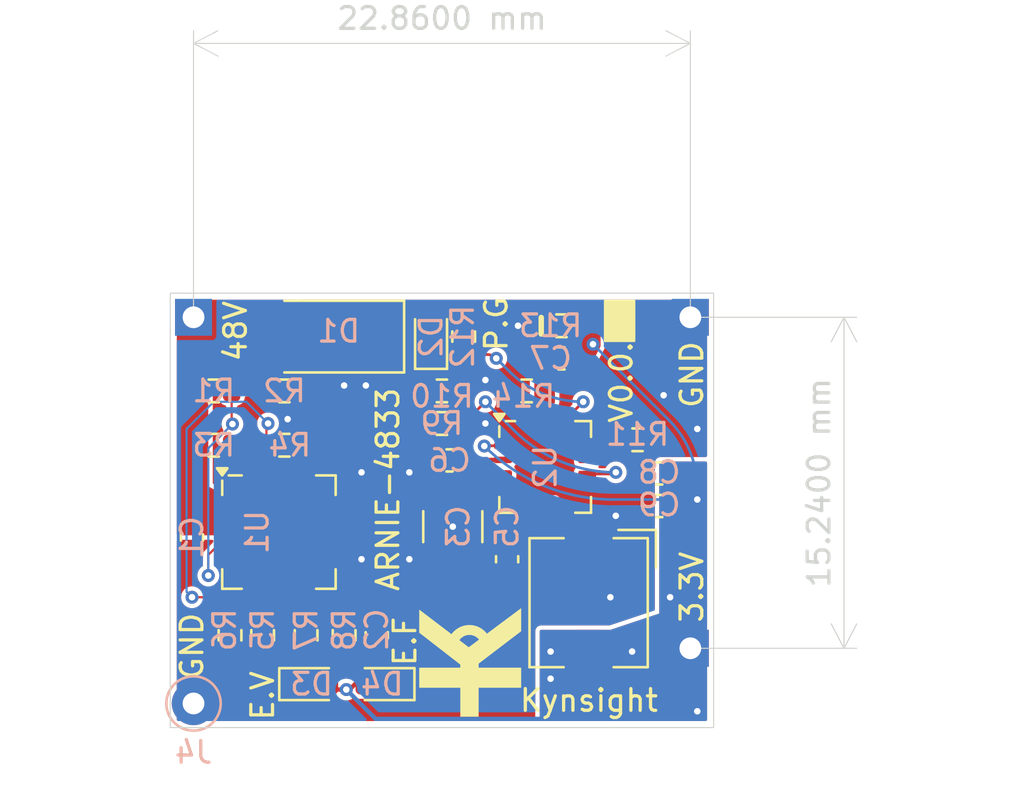
<source format=kicad_pcb>
(kicad_pcb
	(version 20240108)
	(generator "pcbnew")
	(generator_version "8.0")
	(general
		(thickness 1.6)
		(legacy_teardrops no)
	)
	(paper "A4")
	(layers
		(0 "F.Cu" signal)
		(31 "B.Cu" signal)
		(32 "B.Adhes" user "B.Adhesive")
		(33 "F.Adhes" user "F.Adhesive")
		(34 "B.Paste" user)
		(35 "F.Paste" user)
		(36 "B.SilkS" user "B.Silkscreen")
		(37 "F.SilkS" user "F.Silkscreen")
		(38 "B.Mask" user)
		(39 "F.Mask" user)
		(40 "Dwgs.User" user "User.Drawings")
		(41 "Cmts.User" user "User.Comments")
		(42 "Eco1.User" user "User.Eco1")
		(43 "Eco2.User" user "User.Eco2")
		(44 "Edge.Cuts" user)
		(45 "Margin" user)
		(46 "B.CrtYd" user "B.Courtyard")
		(47 "F.CrtYd" user "F.Courtyard")
		(48 "B.Fab" user)
		(49 "F.Fab" user)
		(50 "User.1" user)
		(51 "User.2" user)
		(52 "User.3" user)
		(53 "User.4" user)
		(54 "User.5" user)
		(55 "User.6" user)
		(56 "User.7" user)
		(57 "User.8" user)
		(58 "User.9" user)
	)
	(setup
		(stackup
			(layer "F.SilkS"
				(type "Top Silk Screen")
			)
			(layer "F.Paste"
				(type "Top Solder Paste")
			)
			(layer "F.Mask"
				(type "Top Solder Mask")
				(thickness 0.01)
			)
			(layer "F.Cu"
				(type "copper")
				(thickness 0.035)
			)
			(layer "dielectric 1"
				(type "core")
				(thickness 1.51)
				(material "FR4")
				(epsilon_r 4.5)
				(loss_tangent 0.02)
			)
			(layer "B.Cu"
				(type "copper")
				(thickness 0.035)
			)
			(layer "B.Mask"
				(type "Bottom Solder Mask")
				(thickness 0.01)
			)
			(layer "B.Paste"
				(type "Bottom Solder Paste")
			)
			(layer "B.SilkS"
				(type "Bottom Silk Screen")
			)
			(copper_finish "None")
			(dielectric_constraints no)
		)
		(pad_to_mask_clearance 0)
		(allow_soldermask_bridges_in_footprints no)
		(aux_axis_origin 75 125)
		(grid_origin 75 125)
		(pcbplotparams
			(layerselection 0x00010fc_ffffffff)
			(plot_on_all_layers_selection 0x0000000_00000000)
			(disableapertmacros no)
			(usegerberextensions yes)
			(usegerberattributes yes)
			(usegerberadvancedattributes yes)
			(creategerberjobfile no)
			(dashed_line_dash_ratio 12.000000)
			(dashed_line_gap_ratio 3.000000)
			(svgprecision 4)
			(plotframeref no)
			(viasonmask no)
			(mode 1)
			(useauxorigin no)
			(hpglpennumber 1)
			(hpglpenspeed 20)
			(hpglpendiameter 15.000000)
			(pdf_front_fp_property_popups yes)
			(pdf_back_fp_property_popups yes)
			(dxfpolygonmode yes)
			(dxfimperialunits yes)
			(dxfusepcbnewfont yes)
			(psnegative no)
			(psa4output no)
			(plotreference yes)
			(plotvalue yes)
			(plotfptext yes)
			(plotinvisibletext no)
			(sketchpadsonfab no)
			(subtractmaskfromsilk yes)
			(outputformat 1)
			(mirror no)
			(drillshape 0)
			(scaleselection 1)
			(outputdirectory "../01_output/02_gerber/")
		)
	)
	(net 0 "")
	(net 1 "GND")
	(net 2 "Vin")
	(net 3 "/ID_TSTART")
	(net 4 "VIN")
	(net 5 "unconnected-(U2-SS{slash}TR-Pad14)")
	(net 6 "/DCDC_SW")
	(net 7 "/DCDC_BST")
	(net 8 "/DCDC_VCC")
	(net 9 "Vout")
	(net 10 "/DCDC_FB")
	(net 11 "Net-(D2-A)")
	(net 12 "/ID_UVLO")
	(net 13 "/ID_OVLO")
	(net 14 "/ID_SETI")
	(net 15 "/ID_CLMODE")
	(net 16 "/ID_UVOV")
	(net 17 "/~{ID_FLAG}")
	(net 18 "/DCDC_UVLO")
	(net 19 "/DCDC_FS")
	(net 20 "Net-(U2-PG)")
	(net 21 "unconnected-(U1-N.C-Pad20)")
	(net 22 "unconnected-(U1-N.C-Pad19)")
	(net 23 "unconnected-(U1-EN-Pad9)")
	(net 24 "unconnected-(U1-N.C-Pad16)")
	(net 25 "unconnected-(U1-N.C-Pad18)")
	(net 26 "unconnected-(U1-N.C-Pad17)")
	(net 27 "unconnected-(U2-MSYNC-Pad12)")
	(net 28 "Net-(D3-K)")
	(net 29 "Net-(D4-K)")
	(footprint "ked_symbols:kynsight_logo_5x5mm" (layer "F.Cu") (at 88.8 122 90))
	(footprint "Capacitor_SMD:C_0603_1608Metric" (layer "F.Cu") (at 93 108 180))
	(footprint "Resistor_SMD:R_0603_1608Metric" (layer "F.Cu") (at 88.5 107 90))
	(footprint "LED_SMD:LED_0603_1608Metric" (layer "F.Cu") (at 84.75 123 180))
	(footprint "Resistor_SMD:R_0603_1608Metric" (layer "F.Cu") (at 96.5 111.75))
	(footprint "Capacitor_SMD:C_0603_1608Metric" (layer "F.Cu") (at 97.5 113.3 180))
	(footprint "Resistor_SMD:R_0603_1608Metric" (layer "F.Cu") (at 87.5 111 180))
	(footprint "Package_DFN_QFN:TQFN-20-1EP_5x5mm_P0.65mm_EP3.25x3.25mm" (layer "F.Cu") (at 80 116))
	(footprint "Package_DFN_QFN:UQFN-16-1EP_4x4mm_P0.65mm_EP2.6x2.6mm" (layer "F.Cu") (at 92.25 113))
	(footprint "Resistor_SMD:R_0603_1608Metric" (layer "F.Cu") (at 91.4 109.5 180))
	(footprint "Inductor_SMD:L_Bourns_SRP5030T" (layer "F.Cu") (at 94.25 119.25 -90))
	(footprint "Resistor_SMD:R_0603_1608Metric" (layer "F.Cu") (at 83 120.75 90))
	(footprint "Resistor_SMD:R_0603_1608Metric" (layer "F.Cu") (at 93 106.5 180))
	(footprint "Resistor_SMD:R_0603_1608Metric" (layer "F.Cu") (at 77.75 120.75 -90))
	(footprint "Resistor_SMD:R_0603_1608Metric" (layer "F.Cu") (at 87.5 109.5))
	(footprint "Capacitor_SMD:C_0603_1608Metric" (layer "F.Cu") (at 87.85 112.7 180))
	(footprint "LED_SMD:LED_0603_1608Metric" (layer "F.Cu") (at 87 107 90))
	(footprint "Capacitor_SMD:C_0603_1608Metric" (layer "F.Cu") (at 84.5 120.75 -90))
	(footprint "Resistor_SMD:R_0603_1608Metric" (layer "F.Cu") (at 77 109.5))
	(footprint "Resistor_SMD:R_0603_1608Metric" (layer "F.Cu") (at 77 112))
	(footprint "Resistor_SMD:R_0603_1608Metric" (layer "F.Cu") (at 81.25 120.75 90))
	(footprint "Resistor_SMD:R_0603_1608Metric" (layer "F.Cu") (at 80.25 109.5))
	(footprint "Diode_SMD:D_SMA" (layer "F.Cu") (at 82.25 107 180))
	(footprint "Resistor_SMD:R_0603_1608Metric" (layer "F.Cu") (at 79.25 120.75 -90))
	(footprint "Capacitor_SMD:C_0603_1608Metric" (layer "F.Cu") (at 97.5 114.8 180))
	(footprint "Capacitor_SMD:C_0603_1608Metric" (layer "F.Cu") (at 90.5 117.25 -90))
	(footprint "Resistor_SMD:R_0603_1608Metric" (layer "F.Cu") (at 80.25 112))
	(footprint "LED_SMD:LED_0603_1608Metric" (layer "F.Cu") (at 81.5 123))
	(footprint "Capacitor_SMD:C_1210_3225Metric" (layer "F.Cu") (at 88 115.75 -90))
	(footprint "Capacitor_SMD:C_0603_1608Metric" (layer "F.Cu") (at 76 116.25 -90))
	(footprint "Connector_PinHeader_2.54mm:PinHeader_1x01_P2.54mm_Vertical" (layer "B.Cu") (at 98.93 106.11 180))
	(footprint "Connector_Pin:Pin_D1.0mm_L10.0mm" (layer "B.Cu") (at 76.07 123.89 180))
	(footprint "Connector_PinHeader_2.54mm:PinHeader_1x01_P2.54mm_Vertical" (layer "B.Cu") (at 76.07 106.11 180))
	(footprint "Connector_PinHeader_2.54mm:PinHeader_1x01_P2.54mm_Vertical" (layer "B.Cu") (at 98.93 121.35 180))
	(gr_rect
		(start 95 105.35)
		(end 96.35 107.2)
		(stroke
			(width 0.1)
			(type solid)
		)
		(fill solid)
		(layer "F.SilkS")
		(uuid "44de9877-f8f6-479d-bb47-9520a1b7d4a7")
	)
	(gr_rect
		(start 75 105)
		(end 100 125)
		(stroke
			(width 0.05)
			(type default)
		)
		(fill none)
		(layer "Edge.Cuts")
		(uuid "099e7945-f33e-4823-b5e4-e580bd6bd1a7")
	)
	(gr_line
		(start 100 105)
		(end 75 125)
		(locked yes)
		(stroke
			(width 0.1)
			(type default)
		)
		(layer "User.3")
		(uuid "04be09c6-6372-45b7-8865-2e301e6640e7")
	)
	(gr_line
		(start 75 105)
		(end 100 125)
		(locked yes)
		(stroke
			(width 0.1)
			(type default)
		)
		(layer "User.3")
		(uuid "67a5eb13-12af-4442-9653-52591bbd647d")
	)
	(gr_rect
		(start 75 105)
		(end 100 125)
		(locked yes)
		(stroke
			(width 0.1)
			(type default)
		)
		(fill none)
		(layer "User.3")
		(uuid "797c0087-56f4-43a4-a3cf-1dd4fed3edfc")
	)
	(gr_line
		(start 76.07 123.89)
		(end 98.93 106.11)
		(locked yes)
		(stroke
			(width 0.1)
			(type default)
		)
		(layer "User.4")
		(uuid "01541998-b008-43b4-ac35-34f2d9cd4fc4")
	)
	(gr_rect
		(start 76.07 121.35)
		(end 78.61 123.89)
		(locked yes)
		(stroke
			(width 0.1)
			(type default)
		)
		(fill none)
		(layer "User.4")
		(uuid "234fd7f7-e9c6-49fc-9175-1a6d5eebeaf6")
	)
	(gr_rect
		(start 96.39 106.11)
		(end 98.93 108.65)
		(locked yes)
		(stroke
			(width 0.1)
			(type default)
		)
		(fill none)
		(layer "User.4")
		(uuid "35d627f3-b206-4812-9dc0-bbc9f2e42046")
	)
	(gr_rect
		(start 76.07 106.11)
		(end 98.93 123.89)
		(locked yes)
		(stroke
			(width 0.1)
			(type default)
		)
		(fill none)
		(layer "User.4")
		(uuid "365814f9-8ea8-42fc-8e24-f49db41ec310")
	)
	(gr_rect
		(start 76.07 106.11)
		(end 78.61 108.65)
		(locked yes)
		(stroke
			(widt
... [115771 chars truncated]
</source>
